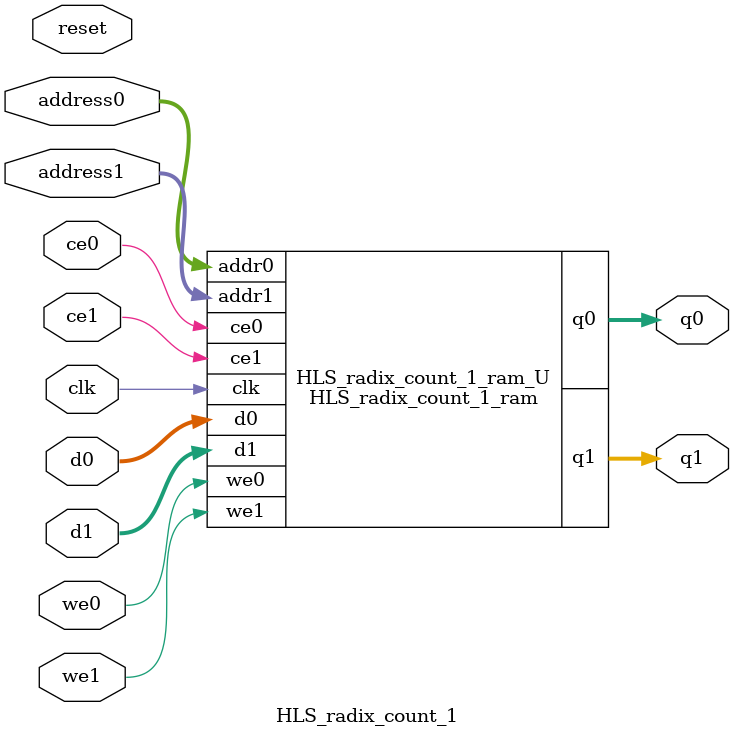
<source format=v>

`timescale 1 ns / 1 ps
module HLS_radix_count_1_ram (addr0, ce0, d0, we0, q0, addr1, ce1, d1, we1, q1,  clk);

parameter DWIDTH = 32;
parameter AWIDTH = 8;
parameter MEM_SIZE = 256;

input[AWIDTH-1:0] addr0;
input ce0;
input[DWIDTH-1:0] d0;
input we0;
output reg[DWIDTH-1:0] q0;
input[AWIDTH-1:0] addr1;
input ce1;
input[DWIDTH-1:0] d1;
input we1;
output reg[DWIDTH-1:0] q1;
input clk;

(* ram_style = "block" *)reg [DWIDTH-1:0] ram[0:MEM_SIZE-1];




always @(posedge clk)  
begin 
    if (ce0) 
    begin
        if (we0) 
        begin 
            ram[addr0] <= d0; 
            q0 <= d0;
        end 
        else 
            q0 <= ram[addr0];
    end
end


always @(posedge clk)  
begin 
    if (ce1) 
    begin
        if (we1) 
        begin 
            ram[addr1] <= d1; 
            q1 <= d1;
        end 
        else 
            q1 <= ram[addr1];
    end
end


endmodule


`timescale 1 ns / 1 ps
module HLS_radix_count_1(
    reset,
    clk,
    address0,
    ce0,
    we0,
    d0,
    q0,
    address1,
    ce1,
    we1,
    d1,
    q1);

parameter DataWidth = 32'd32;
parameter AddressRange = 32'd256;
parameter AddressWidth = 32'd8;
input reset;
input clk;
input[AddressWidth - 1:0] address0;
input ce0;
input we0;
input[DataWidth - 1:0] d0;
output[DataWidth - 1:0] q0;
input[AddressWidth - 1:0] address1;
input ce1;
input we1;
input[DataWidth - 1:0] d1;
output[DataWidth - 1:0] q1;



HLS_radix_count_1_ram HLS_radix_count_1_ram_U(
    .clk( clk ),
    .addr0( address0 ),
    .ce0( ce0 ),
    .we0( we0 ),
    .d0( d0 ),
    .q0( q0 ),
    .addr1( address1 ),
    .ce1( ce1 ),
    .we1( we1 ),
    .d1( d1 ),
    .q1( q1 ));

endmodule


</source>
